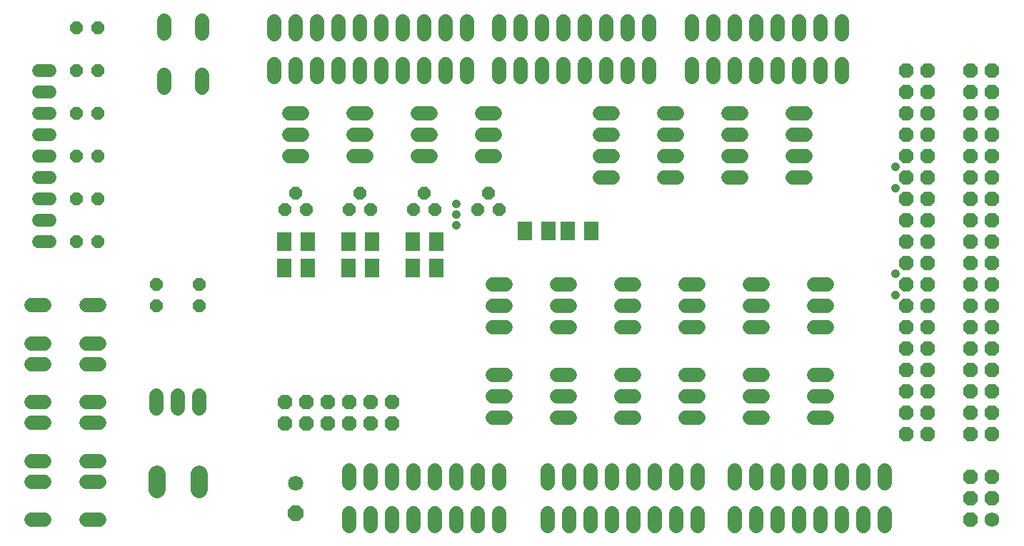
<source format=gbr>
G04 EAGLE Gerber RS-274X export*
G75*
%MOMM*%
%FSLAX34Y34*%
%LPD*%
%INSoldermask Top*%
%IPPOS*%
%AMOC8*
5,1,8,0,0,1.08239X$1,22.5*%
G01*
%ADD10C,1.727200*%
%ADD11P,1.869504X8X292.500000*%
%ADD12C,1.711200*%
%ADD13C,1.993900*%
%ADD14P,1.951982X8X292.500000*%
%ADD15C,1.803400*%
%ADD16P,1.869504X8X22.500000*%
%ADD17C,1.727200*%
%ADD18P,1.869504X8X112.500000*%
%ADD19P,1.649562X8X202.500000*%
%ADD20P,1.649562X8X112.500000*%
%ADD21C,1.524000*%
%ADD22P,1.649562X8X22.500000*%
%ADD23R,1.803200X2.203200*%
%ADD24C,1.059600*%


D10*
X577850Y90170D02*
X577850Y74930D01*
X552450Y74930D02*
X552450Y90170D01*
X527050Y90170D02*
X527050Y74930D01*
X501650Y74930D02*
X501650Y90170D01*
X476250Y90170D02*
X476250Y74930D01*
X450850Y74930D02*
X450850Y90170D01*
X425450Y90170D02*
X425450Y74930D01*
X400050Y74930D02*
X400050Y90170D01*
X812800Y90170D02*
X812800Y74930D01*
X787400Y74930D02*
X787400Y90170D01*
X762000Y90170D02*
X762000Y74930D01*
X736600Y74930D02*
X736600Y90170D01*
X711200Y90170D02*
X711200Y74930D01*
X685800Y74930D02*
X685800Y90170D01*
X660400Y90170D02*
X660400Y74930D01*
X635000Y74930D02*
X635000Y90170D01*
X1035050Y90170D02*
X1035050Y74930D01*
X1009650Y74930D02*
X1009650Y90170D01*
X984250Y90170D02*
X984250Y74930D01*
X958850Y74930D02*
X958850Y90170D01*
X933450Y90170D02*
X933450Y74930D01*
X908050Y74930D02*
X908050Y90170D01*
X882650Y90170D02*
X882650Y74930D01*
X857250Y74930D02*
X857250Y90170D01*
X984250Y557530D02*
X984250Y572770D01*
X958850Y572770D02*
X958850Y557530D01*
X933450Y557530D02*
X933450Y572770D01*
X908050Y572770D02*
X908050Y557530D01*
X882650Y557530D02*
X882650Y572770D01*
X857250Y572770D02*
X857250Y557530D01*
X831850Y557530D02*
X831850Y572770D01*
X806450Y572770D02*
X806450Y557530D01*
X755650Y557530D02*
X755650Y572770D01*
X730250Y572770D02*
X730250Y557530D01*
X704850Y557530D02*
X704850Y572770D01*
X679450Y572770D02*
X679450Y557530D01*
X654050Y557530D02*
X654050Y572770D01*
X628650Y572770D02*
X628650Y557530D01*
X603250Y557530D02*
X603250Y572770D01*
X577850Y572770D02*
X577850Y557530D01*
X539750Y557530D02*
X539750Y572770D01*
X514350Y572770D02*
X514350Y557530D01*
X488950Y557530D02*
X488950Y572770D01*
X463550Y572770D02*
X463550Y557530D01*
X438150Y557530D02*
X438150Y572770D01*
X412750Y572770D02*
X412750Y557530D01*
X387350Y557530D02*
X387350Y572770D01*
X361950Y572770D02*
X361950Y557530D01*
X336550Y557530D02*
X336550Y572770D01*
X311150Y572770D02*
X311150Y557530D01*
D11*
X1060450Y565150D03*
X1060450Y539750D03*
X1060450Y514350D03*
X1060450Y488950D03*
X1060450Y463550D03*
X1060450Y438150D03*
X1085850Y565150D03*
X1085850Y539750D03*
X1085850Y514350D03*
X1085850Y488950D03*
X1085850Y463550D03*
X1085850Y438150D03*
X1060450Y412750D03*
X1085850Y412750D03*
X1060450Y387350D03*
X1060450Y361950D03*
X1060450Y336550D03*
X1060450Y311150D03*
X1060450Y285750D03*
X1060450Y260350D03*
X1085850Y387350D03*
X1085850Y361950D03*
X1085850Y336550D03*
X1085850Y311150D03*
X1085850Y285750D03*
X1085850Y260350D03*
X1060450Y234950D03*
X1085850Y234950D03*
X1060450Y209550D03*
X1060450Y184150D03*
X1060450Y158750D03*
X1085850Y209550D03*
X1085850Y184150D03*
X1085850Y158750D03*
X1060450Y133350D03*
X1085850Y133350D03*
D10*
X577850Y39370D02*
X577850Y24130D01*
X552450Y24130D02*
X552450Y39370D01*
X527050Y39370D02*
X527050Y24130D01*
X501650Y24130D02*
X501650Y39370D01*
X476250Y39370D02*
X476250Y24130D01*
X450850Y24130D02*
X450850Y39370D01*
X425450Y39370D02*
X425450Y24130D01*
X400050Y24130D02*
X400050Y39370D01*
X812800Y39370D02*
X812800Y24130D01*
X787400Y24130D02*
X787400Y39370D01*
X762000Y39370D02*
X762000Y24130D01*
X736600Y24130D02*
X736600Y39370D01*
X711200Y39370D02*
X711200Y24130D01*
X685800Y24130D02*
X685800Y39370D01*
X660400Y39370D02*
X660400Y24130D01*
X635000Y24130D02*
X635000Y39370D01*
X1035050Y39370D02*
X1035050Y24130D01*
X1009650Y24130D02*
X1009650Y39370D01*
X984250Y39370D02*
X984250Y24130D01*
X958850Y24130D02*
X958850Y39370D01*
X933450Y39370D02*
X933450Y24130D01*
X908050Y24130D02*
X908050Y39370D01*
X882650Y39370D02*
X882650Y24130D01*
X857250Y24130D02*
X857250Y39370D01*
X984250Y608330D02*
X984250Y623570D01*
X958850Y623570D02*
X958850Y608330D01*
X933450Y608330D02*
X933450Y623570D01*
X908050Y623570D02*
X908050Y608330D01*
X882650Y608330D02*
X882650Y623570D01*
X857250Y623570D02*
X857250Y608330D01*
X831850Y608330D02*
X831850Y623570D01*
X806450Y623570D02*
X806450Y608330D01*
X755650Y608330D02*
X755650Y623570D01*
X730250Y623570D02*
X730250Y608330D01*
X704850Y608330D02*
X704850Y623570D01*
X679450Y623570D02*
X679450Y608330D01*
X654050Y608330D02*
X654050Y623570D01*
X628650Y623570D02*
X628650Y608330D01*
X603250Y608330D02*
X603250Y623570D01*
X577850Y623570D02*
X577850Y608330D01*
X539750Y608330D02*
X539750Y623570D01*
X514350Y623570D02*
X514350Y608330D01*
X488950Y608330D02*
X488950Y623570D01*
X463550Y623570D02*
X463550Y608330D01*
X438150Y608330D02*
X438150Y623570D01*
X412750Y623570D02*
X412750Y608330D01*
X387350Y608330D02*
X387350Y623570D01*
X361950Y623570D02*
X361950Y608330D01*
X336550Y608330D02*
X336550Y623570D01*
X311150Y623570D02*
X311150Y608330D01*
D11*
X1136650Y565150D03*
X1136650Y539750D03*
X1136650Y514350D03*
X1136650Y488950D03*
X1136650Y463550D03*
X1136650Y438150D03*
X1162050Y565150D03*
X1162050Y539750D03*
X1162050Y514350D03*
X1162050Y488950D03*
X1162050Y463550D03*
X1162050Y438150D03*
X1136650Y412750D03*
X1162050Y412750D03*
X1136650Y387350D03*
X1136650Y361950D03*
X1136650Y336550D03*
X1136650Y311150D03*
X1136650Y285750D03*
X1136650Y260350D03*
X1162050Y387350D03*
X1162050Y361950D03*
X1162050Y336550D03*
X1162050Y311150D03*
X1162050Y285750D03*
X1162050Y260350D03*
X1136650Y234950D03*
X1162050Y234950D03*
X1136650Y209550D03*
X1136650Y184150D03*
X1136650Y158750D03*
X1162050Y209550D03*
X1162050Y184150D03*
X1162050Y158750D03*
X1136650Y133350D03*
X1162050Y133350D03*
D12*
X661590Y260350D02*
X646510Y260350D01*
X646510Y285750D02*
X661590Y285750D01*
X661590Y311150D02*
X646510Y311150D01*
X585390Y260350D02*
X570310Y260350D01*
X570310Y285750D02*
X585390Y285750D01*
X585390Y311150D02*
X570310Y311150D01*
X798910Y260350D02*
X813990Y260350D01*
X813990Y285750D02*
X798910Y285750D01*
X798910Y311150D02*
X813990Y311150D01*
X737790Y260350D02*
X722710Y260350D01*
X722710Y285750D02*
X737790Y285750D01*
X737790Y311150D02*
X722710Y311150D01*
X951310Y260350D02*
X966390Y260350D01*
X966390Y285750D02*
X951310Y285750D01*
X951310Y311150D02*
X966390Y311150D01*
X890190Y260350D02*
X875110Y260350D01*
X875110Y285750D02*
X890190Y285750D01*
X890190Y311150D02*
X875110Y311150D01*
X925910Y438150D02*
X940990Y438150D01*
X940990Y463550D02*
X925910Y463550D01*
X925910Y488950D02*
X940990Y488950D01*
X940990Y514350D02*
X925910Y514350D01*
X864790Y438150D02*
X849710Y438150D01*
X849710Y463550D02*
X864790Y463550D01*
X864790Y488950D02*
X849710Y488950D01*
X849710Y514350D02*
X864790Y514350D01*
X788590Y438150D02*
X773510Y438150D01*
X773510Y463550D02*
X788590Y463550D01*
X788590Y488950D02*
X773510Y488950D01*
X773510Y514350D02*
X788590Y514350D01*
X712390Y438150D02*
X697310Y438150D01*
X697310Y463550D02*
X712390Y463550D01*
X712390Y488950D02*
X697310Y488950D01*
X697310Y514350D02*
X712390Y514350D01*
X951310Y152400D02*
X966390Y152400D01*
X966390Y177800D02*
X951310Y177800D01*
X951310Y203200D02*
X966390Y203200D01*
X890190Y152400D02*
X875110Y152400D01*
X875110Y177800D02*
X890190Y177800D01*
X890190Y203200D02*
X875110Y203200D01*
X813990Y152400D02*
X798910Y152400D01*
X798910Y177800D02*
X813990Y177800D01*
X813990Y203200D02*
X798910Y203200D01*
X737790Y152400D02*
X722710Y152400D01*
X722710Y177800D02*
X737790Y177800D01*
X737790Y203200D02*
X722710Y203200D01*
X661590Y152400D02*
X646510Y152400D01*
X646510Y177800D02*
X661590Y177800D01*
X661590Y203200D02*
X646510Y203200D01*
X585390Y152400D02*
X570310Y152400D01*
X570310Y177800D02*
X585390Y177800D01*
X585390Y203200D02*
X570310Y203200D01*
X344090Y463550D02*
X329010Y463550D01*
X329010Y488950D02*
X344090Y488950D01*
X344090Y514350D02*
X329010Y514350D01*
X405210Y463550D02*
X420290Y463550D01*
X420290Y488950D02*
X405210Y488950D01*
X405210Y514350D02*
X420290Y514350D01*
X481410Y463550D02*
X496490Y463550D01*
X496490Y488950D02*
X481410Y488950D01*
X481410Y514350D02*
X496490Y514350D01*
X557610Y463550D02*
X572690Y463550D01*
X572690Y488950D02*
X557610Y488950D01*
X557610Y514350D02*
X572690Y514350D01*
D10*
X171450Y179070D02*
X171450Y163830D01*
X196850Y163830D02*
X196850Y179070D01*
X222250Y179070D02*
X222250Y163830D01*
D13*
X221850Y85154D02*
X221850Y67247D01*
X171850Y67247D02*
X171850Y85154D01*
D14*
X336550Y39370D03*
D15*
X336550Y74930D03*
D16*
X323850Y146050D03*
X349250Y146050D03*
X374650Y146050D03*
X400050Y146050D03*
X425450Y146050D03*
X450850Y146050D03*
X323850Y171450D03*
X349250Y171450D03*
X374650Y171450D03*
X400050Y171450D03*
X425450Y171450D03*
X450850Y171450D03*
D17*
X1162050Y31750D03*
D18*
X1162050Y57150D03*
X1162050Y82550D03*
X1136650Y31750D03*
X1136650Y57150D03*
X1136650Y82550D03*
D10*
X38608Y216281D02*
X23368Y216281D01*
X23368Y171069D02*
X38608Y171069D01*
X88392Y216281D02*
X103632Y216281D01*
X103632Y171069D02*
X88392Y171069D01*
X38608Y286131D02*
X23368Y286131D01*
X23368Y240919D02*
X38608Y240919D01*
X88392Y286131D02*
X103632Y286131D01*
X103632Y240919D02*
X88392Y240919D01*
X38608Y76581D02*
X23368Y76581D01*
X23368Y31369D02*
X38608Y31369D01*
X88392Y76581D02*
X103632Y76581D01*
X103632Y31369D02*
X88392Y31369D01*
X38608Y146431D02*
X23368Y146431D01*
X23368Y101219D02*
X38608Y101219D01*
X88392Y146431D02*
X103632Y146431D01*
X103632Y101219D02*
X88392Y101219D01*
X225806Y609092D02*
X225806Y624332D01*
X180594Y624332D02*
X180594Y609092D01*
X225806Y559308D02*
X225806Y544068D01*
X180594Y544068D02*
X180594Y559308D01*
D19*
X101600Y615950D03*
X76200Y615950D03*
X101600Y565150D03*
X76200Y565150D03*
X101600Y514350D03*
X76200Y514350D03*
X101600Y463550D03*
X76200Y463550D03*
X101600Y412750D03*
X76200Y412750D03*
X101600Y361950D03*
X76200Y361950D03*
D20*
X171450Y285750D03*
X171450Y311150D03*
X222250Y285750D03*
X222250Y311150D03*
D21*
X44704Y361950D02*
X31496Y361950D01*
X31496Y387350D02*
X44704Y387350D01*
X44704Y412750D02*
X31496Y412750D01*
X31496Y438150D02*
X44704Y438150D01*
X44704Y463550D02*
X31496Y463550D01*
X31496Y488950D02*
X44704Y488950D01*
X44704Y514350D02*
X31496Y514350D01*
X31496Y539750D02*
X44704Y539750D01*
X44704Y565150D02*
X31496Y565150D01*
D22*
X323850Y400050D03*
X336550Y419100D03*
X349250Y400050D03*
X400050Y400050D03*
X412750Y419100D03*
X425450Y400050D03*
X476250Y400050D03*
X488950Y419100D03*
X501650Y400050D03*
X552450Y400050D03*
X565150Y419100D03*
X577850Y400050D03*
D23*
X322550Y361950D03*
X350550Y361950D03*
X398750Y361950D03*
X426750Y361950D03*
X474950Y361950D03*
X502950Y361950D03*
X636300Y374650D03*
X608300Y374650D03*
X322550Y330200D03*
X350550Y330200D03*
X398750Y330200D03*
X426750Y330200D03*
X474950Y330200D03*
X502950Y330200D03*
X659100Y374650D03*
X687100Y374650D03*
D24*
X527050Y406400D03*
X527050Y393700D03*
X527050Y381000D03*
X1047750Y450850D03*
X1047750Y425450D03*
X1047750Y323850D03*
X1047750Y298450D03*
M02*

</source>
